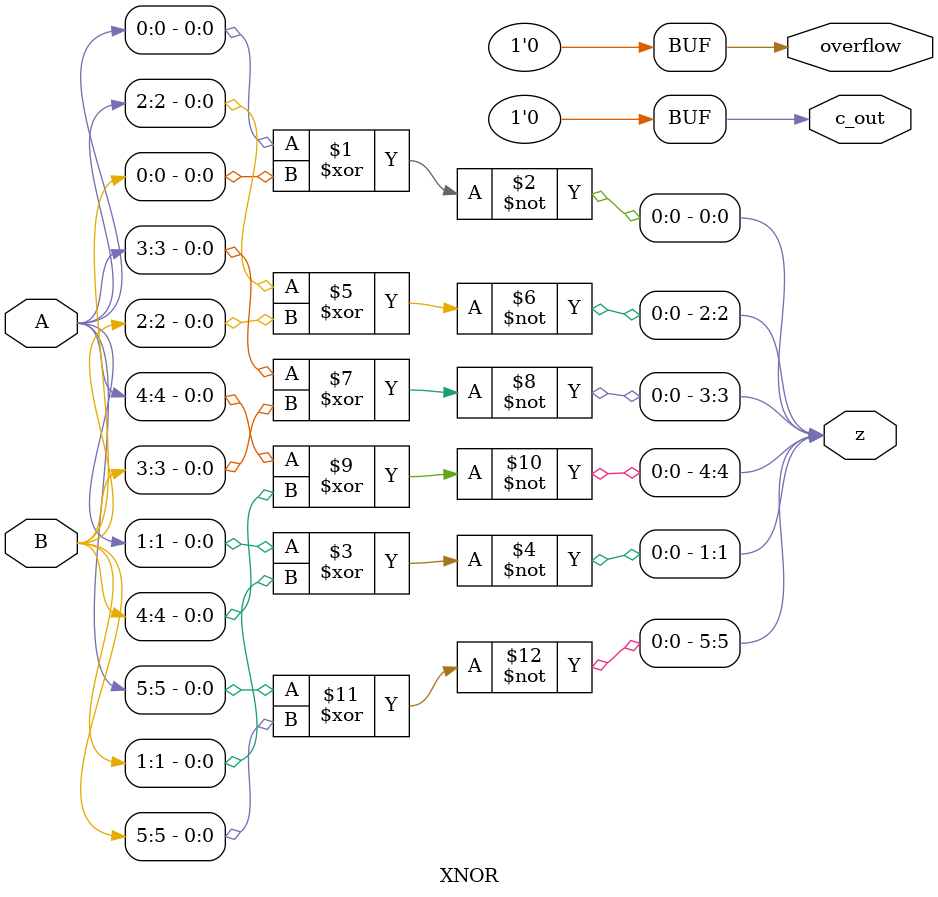
<source format=v>
`timescale 1ns / 1ps


module XNOR(
input wire[5:0] A,B, // Our two main inputs
output wire[5:0] z,  // Main output
output wire overflow,// Overflow flag
output wire c_out // Carry flag

    );
    
    // Bitwise XNOR of A and B
    assign z[0] = ~(A[0]^B[0]);
    assign z[1] = ~(A[1]^B[1]);
    assign z[2] = ~(A[2]^B[2]);
    assign z[3] = ~(A[3]^B[3]);
    assign z[4] = ~(A[4]^B[4]);
    assign z[5] = ~(A[5]^B[5]);
    
    // These parameters are irrelevant to this module, ie there is no need to raise these flags
    assign overflow = 0;
    assign c_out = 0;
    
 
    
   
endmodule

</source>
